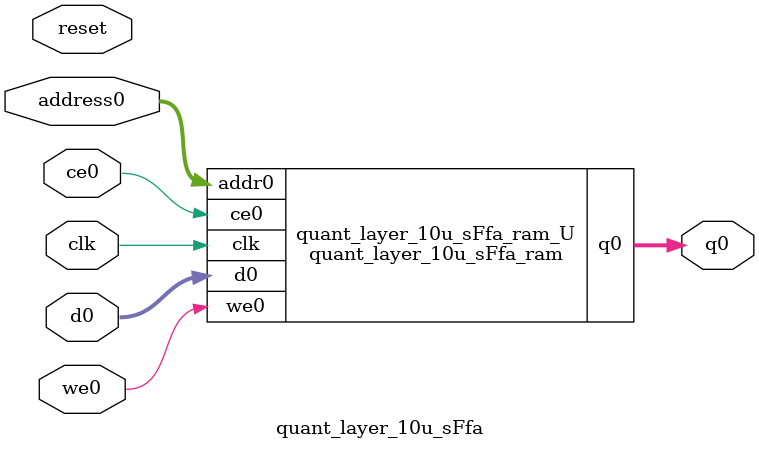
<source format=v>
`timescale 1 ns / 1 ps
module quant_layer_10u_sFfa_ram (addr0, ce0, d0, we0, q0,  clk);

parameter DWIDTH = 32;
parameter AWIDTH = 4;
parameter MEM_SIZE = 10;

input[AWIDTH-1:0] addr0;
input ce0;
input[DWIDTH-1:0] d0;
input we0;
output reg[DWIDTH-1:0] q0;
input clk;

(* ram_style = "distributed" *)reg [DWIDTH-1:0] ram[0:MEM_SIZE-1];




always @(posedge clk)  
begin 
    if (ce0) begin
        if (we0) 
            ram[addr0] <= d0; 
        q0 <= ram[addr0];
    end
end


endmodule

`timescale 1 ns / 1 ps
module quant_layer_10u_sFfa(
    reset,
    clk,
    address0,
    ce0,
    we0,
    d0,
    q0);

parameter DataWidth = 32'd32;
parameter AddressRange = 32'd10;
parameter AddressWidth = 32'd4;
input reset;
input clk;
input[AddressWidth - 1:0] address0;
input ce0;
input we0;
input[DataWidth - 1:0] d0;
output[DataWidth - 1:0] q0;



quant_layer_10u_sFfa_ram quant_layer_10u_sFfa_ram_U(
    .clk( clk ),
    .addr0( address0 ),
    .ce0( ce0 ),
    .we0( we0 ),
    .d0( d0 ),
    .q0( q0 ));

endmodule


</source>
